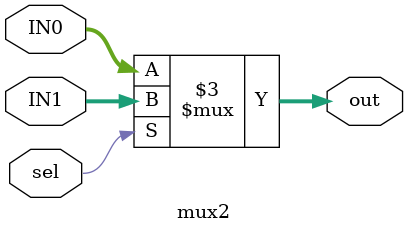
<source format=v>
module mux2
#(parameter WIDTH =32)


(

input wire sel,
input wire [WIDTH-1:0] IN0,
input wire [WIDTH-1:0] IN1,
output reg [WIDTH-1:0] out

);


always @ (*)

begin

  if(sel)
    begin
      out = IN1; 
    end 
  else begin 
      out = IN0; 
    end

end 

endmodule
</source>
